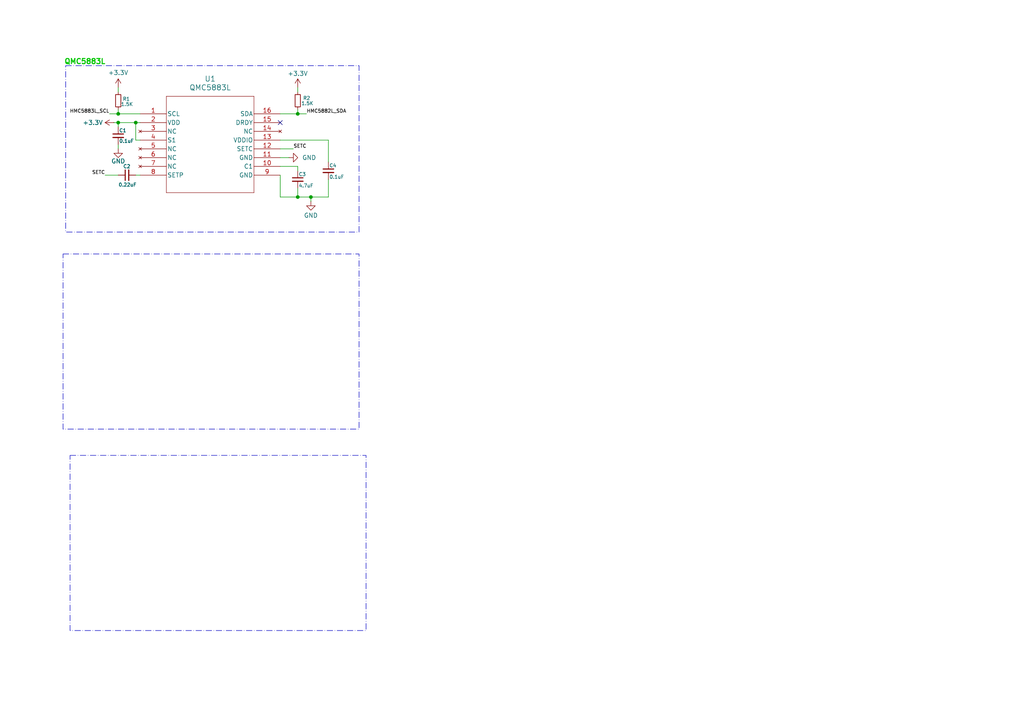
<source format=kicad_sch>
(kicad_sch (version 20231120) (generator "eeschema") (generator_version "8.0")
  (paper "A4")
  (lib_symbols
    (symbol "Device:C_Small" (pin_numbers hide) (pin_names (offset 0.254) hide)
      (property "Reference" "C" (at 0.254 1.778 0))
      (property "Value" "C_Small" (at 0.254 -2.032 0))
      (symbol "C_Small_0_1"
        (polyline (pts (xy -1.524 -0.508) (xy 1.524 -0.508)) (stroke (width 0.3302)))
        (polyline (pts (xy -1.524 0.508) (xy 1.524 0.508)) (stroke (width 0.3048)))
      )
      (symbol "C_Small_1_1"
        (pin passive line (at 0 2.54 270) (length 2.032) (name "~") (number "1"))
        (pin passive line (at 0 -2.54 90) (length 2.032) (name "~") (number "2"))
      )
    )
    (symbol "Device:R_Small" (pin_numbers hide) (pin_names (offset 0.254) hide)
      (property "Reference" "R" (at 0.762 0.508 0))
      (property "Value" "R_Small" (at 0.762 -1.016 0))
      (symbol "R_Small_0_1"
        (rectangle (start -0.762 1.778) (end 0.762 -1.778) (stroke (width 0.2032)))
      )
      (symbol "R_Small_1_1"
        (pin passive line (at 0 2.54 270) (length 0.762) (name "~") (number "1"))
        (pin passive line (at 0 -2.54 90) (length 0.762) (name "~") (number "2"))
      )
    )
    (symbol "QMC5883L:QMC5883L" (pin_names (offset 0.254))
      (property "Reference" "U" (at 20.32 10.16 0))
      (property "Value" "QMC5883L" (at 20.32 7.62 0))
      (symbol "QMC5883L_0_1"
        (polyline (pts (xy 7.62 -22.86) (xy 33.02 -22.86)) (stroke (width 0.127)))
        (polyline (pts (xy 7.62 5.08) (xy 7.62 -22.86)) (stroke (width 0.127)))
        (polyline (pts (xy 33.02 -22.86) (xy 33.02 5.08)) (stroke (width 0.127)))
        (polyline (pts (xy 33.02 5.08) (xy 7.62 5.08)) (stroke (width 0.127)))
        (pin input line (at 0 0 0) (length 7.62) (name "SCL") (number "1"))
        (pin unspecified line (at 40.64 -15.24 180) (length 7.62) (name "C1") (number "10"))
        (pin power_out line (at 40.64 -12.7 180) (length 7.62) (name "GND") (number "11"))
        (pin unspecified line (at 40.64 -10.16 180) (length 7.62) (name "SETC") (number "12"))
        (pin power_in line (at 40.64 -7.62 180) (length 7.62) (name "VDDIO") (number "13"))
        (pin no_connect line (at 40.64 -5.08 180) (length 7.62) (name "NC") (number "14"))
        (pin output line (at 40.64 -2.54 180) (length 7.62) (name "DRDY") (number "15"))
        (pin bidirectional line (at 40.64 0 180) (length 7.62) (name "SDA") (number "16"))
        (pin power_in line (at 0 -2.54 0) (length 7.62) (name "VDD") (number "2"))
        (pin no_connect line (at 0 -5.08 0) (length 7.62) (name "NC") (number "3"))
        (pin unspecified line (at 0 -7.62 0) (length 7.62) (name "S1") (number "4"))
        (pin no_connect line (at 0 -10.16 0) (length 7.62) (name "NC") (number "5"))
        (pin no_connect line (at 0 -12.7 0) (length 7.62) (name "NC") (number "6"))
        (pin no_connect line (at 0 -15.24 0) (length 7.62) (name "NC") (number "7"))
        (pin unspecified line (at 0 -17.78 0) (length 7.62) (name "SETP") (number "8"))
        (pin power_out line (at 40.64 -17.78 180) (length 7.62) (name "GND") (number "9"))
      )
    )
    (symbol "power:+3.3V" (power) (pin_numbers hide) (pin_names (offset 0) hide)
      (property "Value" "+3.3V" (at 0 3.556 0))
      (symbol "+3.3V_0_1"
        (polyline (pts (xy -0.762 1.27) (xy 0 2.54)))
        (polyline (pts (xy 0 0) (xy 0 2.54)))
        (polyline (pts (xy 0 2.54) (xy 0.762 1.27)))
      )
      (symbol "+3.3V_1_1"
        (pin power_in line (at 0 0 90) (length 0) (name "~") (number "1"))
      )
    )
    (symbol "power:GND" (power) (pin_numbers hide) (pin_names (offset 0) hide)
      (property "Value" "GND" (at 0 -3.81 0))
      (symbol "GND_0_1"
        (polyline (pts (xy 0 0) (xy 0 -1.27) (xy 1.27 -1.27) (xy 0 -2.54) (xy -1.27 -1.27) (xy 0 -1.27)))
      )
      (symbol "GND_1_1"
        (pin power_in line (at 0 0 270) (length 0) (name "~") (number "1"))
      )
    )
  )
  (junction (at 90.17 57.15))
  (junction (at 39.37 35.56))
  (junction (at 86.36 57.15))
  (junction (at 34.29 33.02))
  (junction (at 86.36 33.02))
  (junction (at 34.29 35.56))
  (no_connect (at 81.28 35.56))
  (wire (pts (xy 86.36 57.15) (xy 90.17 57.15)))
  (wire (pts (xy 39.37 40.64) (xy 39.37 35.56)))
  (wire (pts (xy 86.36 25.4) (xy 86.36 26.67)))
  (wire (pts (xy 86.36 33.02) (xy 86.36 31.75)))
  (wire (pts (xy 34.29 33.02) (xy 34.29 31.75)))
  (wire (pts (xy 40.64 40.64) (xy 39.37 40.64)))
  (wire (pts (xy 34.29 35.56) (xy 33.02 35.56)))
  (wire (pts (xy 39.37 35.56) (xy 40.64 35.56)))
  (wire (pts (xy 81.28 57.15) (xy 86.36 57.15)))
  (wire (pts (xy 30.48 50.8) (xy 34.29 50.8)))
  (wire (pts (xy 81.28 50.8) (xy 81.28 57.15)))
  (wire (pts (xy 81.28 48.26) (xy 86.36 48.26)))
  (wire (pts (xy 34.29 41.91) (xy 34.29 43.18)))
  (wire (pts (xy 95.25 40.64) (xy 95.25 46.99)))
  (wire (pts (xy 34.29 25.4) (xy 34.29 26.67)))
  (wire (pts (xy 81.28 40.64) (xy 95.25 40.64)))
  (wire (pts (xy 31.75 33.02) (xy 34.29 33.02)))
  (wire (pts (xy 34.29 36.83) (xy 34.29 35.56)))
  (wire (pts (xy 81.28 43.18) (xy 85.09 43.18)))
  (wire (pts (xy 39.37 50.8) (xy 40.64 50.8)))
  (wire (pts (xy 86.36 33.02) (xy 88.9 33.02)))
  (wire (pts (xy 81.28 45.72) (xy 83.82 45.72)))
  (wire (pts (xy 81.28 33.02) (xy 86.36 33.02)))
  (wire (pts (xy 40.64 33.02) (xy 34.29 33.02)))
  (wire (pts (xy 86.36 48.26) (xy 86.36 49.53)))
  (wire (pts (xy 90.17 57.15) (xy 90.17 58.42)))
  (wire (pts (xy 95.25 57.15) (xy 90.17 57.15)))
  (wire (pts (xy 34.29 35.56) (xy 39.37 35.56)))
  (wire (pts (xy 95.25 52.07) (xy 95.25 57.15)))
  (wire (pts (xy 86.36 54.61) (xy 86.36 57.15)))
  (rectangle (start 20.32 132.08) (end 106.172 182.88) (stroke (width 0) (type dash_dot)))
  (rectangle (start 18.288 73.66) (end 104.14 124.46) (stroke (width 0) (type dash_dot)))
  (rectangle (start 19.05 19.05) (end 104.14 67.31) (stroke (width 0) (type dash_dot)))
  (text "QMC5883L" (at 24.638 18.034 0) (effects (font (size 1.5 1.5) (thickness 0.3) (bold yes))))
  (label "SETC" (at 30.48 50.8 180) (effects (font (size 1 1))))
  (label "SETC" (at 85.09 43.18 0) (effects (font (size 1 1))))
  (label "HMC5883L_SCL" (at 31.75 33.02 180) (effects (font (size 1 1))))
  (label "HMC5882L_SDA" (at 88.9 33.02 0) (effects (font (size 1 1))))
  (symbol (lib_id "power:+3.3V") (at 34.29 25.4 0) (unit 1)
    (property "Reference" "#PWR02" (effects (hide yes)))
    (property "Value" "+3.3V" (at 34.29 21.082 0))
    (property "Description" "Power symbol creates a global label with name \"+3.3V\"" (effects (hide yes)))
  )
  (symbol (lib_id "power:GND") (at 90.17 58.42 0) (unit 1)
    (property "Reference" "#PWR06" (effects (hide yes)))
    (property "Value" "GND" (at 90.17 62.484 0))
    (property "Description" "Power symbol creates a global label with name \"GND\" , ground" (effects (hide yes)))
  )
  (symbol (lib_id "power:+3.3V") (at 86.36 25.4 0) (unit 1)
    (property "Reference" "#PWR05" (effects (hide yes)))
    (property "Value" "+3.3V" (at 86.36 21.336 0))
    (property "Description" "Power symbol creates a global label with name \"+3.3V\"" (effects (hide yes)))
  )
  (symbol (lib_id "Device:R_Small") (at 86.36 29.21 0) (unit 1)
    (property "Reference" "R2" (at 87.884 28.448 0) (effects (font (size 1 1)) (justify left)))
    (property "Value" "1.5K" (at 87.376 29.972 0) (effects (font (size 1 1)) (justify left)))
    (property "Footprint" "Resistor_SMD:R_0805_2012Metric_Pad1.20x1.40mm_HandSolder" (effects (hide yes)))
    (property "Description" "Resistor, small symbol" (effects (hide yes)))
  )
  (symbol (lib_id "Device:C_Small") (at 95.25 49.53 0) (unit 1)
    (property "Reference" "C4" (at 95.504 48.006 0) (effects (font (size 1 1)) (justify left)))
    (property "Value" "0.1uF" (at 95.504 51.308 0) (effects (font (size 1 1)) (justify left)))
    (property "Footprint" "Capacitor_SMD:C_0805_2012Metric_Pad1.18x1.45mm_HandSolder" (effects (hide yes)))
    (property "Description" "Unpolarized capacitor, small symbol" (effects (hide yes)))
  )
  (symbol (lib_id "QMC5883L:QMC5883L") (at 40.64 33.02 0) (unit 1)
    (property "Reference" "U1" (at 60.96 22.86 0) (effects (font (size 1.524 1.524))))
    (property "Value" "QMC5883L" (at 60.96 25.4 0) (effects (font (size 1.524 1.524))))
    (property "Footprint" "QMC5883L:QMC5883L_QST" (effects (hide yes)))
    (property "Datasheet" "QMC5883L" (effects (hide yes)))
  )
  (symbol (lib_id "power:GND") (at 34.29 43.18 0) (unit 1)
    (property "Reference" "#PWR03" (effects (hide yes)))
    (property "Value" "GND" (at 34.29 46.736 0))
    (property "Description" "Power symbol creates a global label with name \"GND\" , ground" (effects (hide yes)))
  )
  (symbol (lib_id "power:GND") (at 83.82 45.72 90) (unit 1)
    (property "Reference" "#PWR04" (effects (hide yes)))
    (property "Value" "GND" (at 87.63 45.7199 90) (effects (justify right)))
    (property "Description" "Power symbol creates a global label with name \"GND\" , ground" (effects (hide yes)))
  )
  (symbol (lib_id "Device:C_Small") (at 34.29 39.37 0) (unit 1)
    (property "Reference" "C1" (at 34.544 37.846 0) (effects (font (size 1 1)) (justify left)))
    (property "Value" "0.1uF" (at 34.544 40.894 0) (effects (font (size 1 1)) (justify left)))
    (property "Footprint" "Capacitor_SMD:C_0805_2012Metric_Pad1.18x1.45mm_HandSolder" (effects (hide yes)))
    (property "Description" "Unpolarized capacitor, small symbol" (effects (hide yes)))
  )
  (symbol (lib_id "Device:C_Small") (at 36.83 50.8 90) (unit 1)
    (property "Reference" "C2" (at 37.846 48.26 90) (effects (font (size 1 1)) (justify left)))
    (property "Value" "0.22uF" (at 39.624 53.594 90) (effects (font (size 1 1)) (justify left)))
    (property "Footprint" "Capacitor_SMD:C_0805_2012Metric_Pad1.18x1.45mm_HandSolder" (effects (hide yes)))
    (property "Description" "Unpolarized capacitor, small symbol" (effects (hide yes)))
  )
  (symbol (lib_id "power:+3.3V") (at 33.02 35.56 90) (unit 1)
    (property "Reference" "#PWR01" (effects (hide yes)))
    (property "Value" "+3.3V" (at 26.924 35.56 90))
    (property "Description" "Power symbol creates a global label with name \"+3.3V\"" (effects (hide yes)))
  )
  (symbol (lib_id "Device:C_Small") (at 86.36 52.07 0) (unit 1)
    (property "Reference" "C3" (at 86.614 50.546 0) (effects (font (size 1 1)) (justify left)))
    (property "Value" "4.7uF" (at 86.614 53.848 0) (effects (font (size 1 1)) (justify left)))
    (property "Footprint" "Capacitor_SMD:C_0805_2012Metric_Pad1.18x1.45mm_HandSolder" (effects (hide yes)))
    (property "Description" "Unpolarized capacitor, small symbol" (effects (hide yes)))
  )
  (symbol (lib_id "Device:R_Small") (at 34.29 29.21 0) (unit 1)
    (property "Reference" "R1" (at 35.56 28.702 0) (effects (font (size 1 1)) (justify left)))
    (property "Value" "1.5K" (at 35.052 30.226 0) (effects (font (size 1 1)) (justify left)))
    (property "Footprint" "Resistor_SMD:R_0805_2012Metric_Pad1.20x1.40mm_HandSolder" (effects (hide yes)))
    (property "Description" "Resistor, small symbol" (effects (hide yes)))
  )
)
</source>
